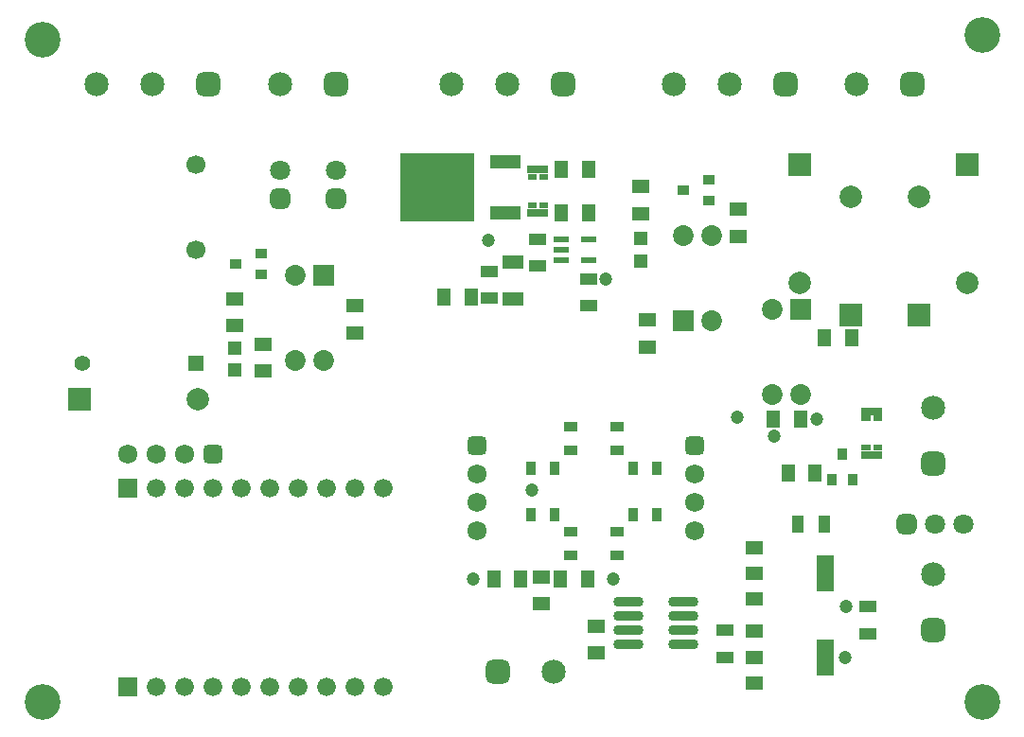
<source format=gts>
G04*
G04 #@! TF.GenerationSoftware,Altium Limited,Altium Designer,24.5.2 (23)*
G04*
G04 Layer_Color=8388736*
%FSLAX24Y24*%
%MOIN*%
G70*
G04*
G04 #@! TF.SameCoordinates,8AAE441C-8CDC-4473-BA07-673157910C72*
G04*
G04*
G04 #@! TF.FilePolarity,Negative*
G04*
G01*
G75*
%ADD26R,0.0591X0.0472*%
%ADD27R,0.0591X0.1299*%
%ADD33R,0.0520X0.0220*%
%ADD36R,0.0730X0.0316*%
%ADD37R,0.0488X0.0587*%
%ADD38R,0.0331X0.0449*%
%ADD39R,0.0749X0.0474*%
%ADD40R,0.0587X0.0488*%
%ADD41R,0.0449X0.0587*%
%ADD42R,0.0488X0.0488*%
%ADD43R,0.0449X0.0331*%
%ADD44R,0.1064X0.0513*%
%ADD45R,0.2639X0.2403*%
%ADD46R,0.0493X0.0336*%
%ADD47R,0.0336X0.0493*%
%ADD48R,0.0587X0.0449*%
%ADD49O,0.1064X0.0356*%
%ADD50C,0.0730*%
%ADD51R,0.0730X0.0730*%
G04:AMPARAMS|DCode=52|XSize=71mil|YSize=71mil|CornerRadius=19.7mil|HoleSize=0mil|Usage=FLASHONLY|Rotation=0.000|XOffset=0mil|YOffset=0mil|HoleType=Round|Shape=RoundedRectangle|*
%AMROUNDEDRECTD52*
21,1,0.0710,0.0315,0,0,0.0*
21,1,0.0315,0.0710,0,0,0.0*
1,1,0.0395,0.0157,-0.0157*
1,1,0.0395,-0.0157,-0.0157*
1,1,0.0395,-0.0157,0.0157*
1,1,0.0395,0.0157,0.0157*
%
%ADD52ROUNDEDRECTD52*%
%ADD53C,0.0710*%
G04:AMPARAMS|DCode=54|XSize=84.8mil|YSize=84.8mil|CornerRadius=23.2mil|HoleSize=0mil|Usage=FLASHONLY|Rotation=90.000|XOffset=0mil|YOffset=0mil|HoleType=Round|Shape=RoundedRectangle|*
%AMROUNDEDRECTD54*
21,1,0.0848,0.0384,0,0,90.0*
21,1,0.0384,0.0848,0,0,90.0*
1,1,0.0464,0.0192,0.0192*
1,1,0.0464,0.0192,-0.0192*
1,1,0.0464,-0.0192,-0.0192*
1,1,0.0464,-0.0192,0.0192*
%
%ADD54ROUNDEDRECTD54*%
%ADD55C,0.0848*%
%ADD56R,0.0660X0.0660*%
%ADD57C,0.0660*%
G04:AMPARAMS|DCode=58|XSize=71mil|YSize=71mil|CornerRadius=19.7mil|HoleSize=0mil|Usage=FLASHONLY|Rotation=90.000|XOffset=0mil|YOffset=0mil|HoleType=Round|Shape=RoundedRectangle|*
%AMROUNDEDRECTD58*
21,1,0.0710,0.0315,0,0,90.0*
21,1,0.0315,0.0710,0,0,90.0*
1,1,0.0395,0.0157,0.0157*
1,1,0.0395,0.0157,-0.0157*
1,1,0.0395,-0.0157,-0.0157*
1,1,0.0395,-0.0157,0.0157*
%
%ADD58ROUNDEDRECTD58*%
%ADD59C,0.1261*%
%ADD60C,0.0789*%
%ADD61R,0.0789X0.0789*%
%ADD62R,0.0551X0.0551*%
%ADD63C,0.0551*%
%ADD64C,0.0669*%
G04:AMPARAMS|DCode=65|XSize=84.8mil|YSize=84.8mil|CornerRadius=23.2mil|HoleSize=0mil|Usage=FLASHONLY|Rotation=180.000|XOffset=0mil|YOffset=0mil|HoleType=Round|Shape=RoundedRectangle|*
%AMROUNDEDRECTD65*
21,1,0.0848,0.0384,0,0,180.0*
21,1,0.0384,0.0848,0,0,180.0*
1,1,0.0464,-0.0192,0.0192*
1,1,0.0464,0.0192,0.0192*
1,1,0.0464,0.0192,-0.0192*
1,1,0.0464,-0.0192,-0.0192*
%
%ADD65ROUNDEDRECTD65*%
%ADD66C,0.0678*%
G04:AMPARAMS|DCode=67|XSize=67.8mil|YSize=67.8mil|CornerRadius=19mil|HoleSize=0mil|Usage=FLASHONLY|Rotation=270.000|XOffset=0mil|YOffset=0mil|HoleType=Round|Shape=RoundedRectangle|*
%AMROUNDEDRECTD67*
21,1,0.0678,0.0299,0,0,270.0*
21,1,0.0299,0.0678,0,0,270.0*
1,1,0.0379,-0.0150,-0.0150*
1,1,0.0379,-0.0150,0.0150*
1,1,0.0379,0.0150,0.0150*
1,1,0.0379,0.0150,-0.0150*
%
%ADD67ROUNDEDRECTD67*%
G04:AMPARAMS|DCode=68|XSize=67.8mil|YSize=67.8mil|CornerRadius=19mil|HoleSize=0mil|Usage=FLASHONLY|Rotation=180.000|XOffset=0mil|YOffset=0mil|HoleType=Round|Shape=RoundedRectangle|*
%AMROUNDEDRECTD68*
21,1,0.0678,0.0299,0,0,180.0*
21,1,0.0299,0.0678,0,0,180.0*
1,1,0.0379,-0.0150,0.0150*
1,1,0.0379,0.0150,0.0150*
1,1,0.0379,0.0150,-0.0150*
1,1,0.0379,-0.0150,-0.0150*
%
%ADD68ROUNDEDRECTD68*%
%ADD69R,0.0789X0.0789*%
%ADD70C,0.0474*%
G36*
X16071Y18208D02*
Y18404D01*
X16376D01*
Y18208D01*
X16071D01*
D02*
G37*
G36*
X16494D02*
Y18404D01*
X16799D01*
Y18208D01*
X16494D01*
D02*
G37*
G36*
X16071Y19231D02*
Y19428D01*
X16376D01*
Y19231D01*
X16071D01*
D02*
G37*
G36*
X16494D02*
Y19428D01*
X16799D01*
Y19231D01*
X16494D01*
D02*
G37*
G36*
X28141Y9887D02*
Y9690D01*
X27836D01*
Y9887D01*
X28141D01*
D02*
G37*
G36*
X28564D02*
Y9690D01*
X28259D01*
Y9887D01*
X28564D01*
D02*
G37*
G36*
X28141Y10910D02*
Y10713D01*
X27836D01*
Y10910D01*
X28141D01*
D02*
G37*
G36*
X28564D02*
Y10713D01*
X28259D01*
Y10910D01*
X28564D01*
D02*
G37*
D26*
X24040Y3306D02*
D03*
Y2400D02*
D03*
Y1494D02*
D03*
Y4444D02*
D03*
Y5350D02*
D03*
Y6256D02*
D03*
D27*
X26560Y2400D02*
D03*
Y5350D02*
D03*
D33*
X17265Y17124D02*
D03*
Y16750D02*
D03*
Y16376D02*
D03*
X18205D02*
D03*
Y17124D02*
D03*
D36*
X28200Y9532D02*
D03*
Y11068D02*
D03*
X16435Y19585D02*
D03*
Y18050D02*
D03*
D37*
X25255Y8900D02*
D03*
X26200D02*
D03*
X25672Y10800D02*
D03*
X24728D02*
D03*
X18207Y18050D02*
D03*
X17263D02*
D03*
X18207Y19600D02*
D03*
X17263D02*
D03*
X14072Y15100D02*
D03*
X13128D02*
D03*
X26528Y13650D02*
D03*
X27472D02*
D03*
X14878Y5163D02*
D03*
X15822D02*
D03*
X17228D02*
D03*
X18172D02*
D03*
D38*
X26776Y8647D02*
D03*
X27524D02*
D03*
X27150Y9553D02*
D03*
D39*
X15550Y15024D02*
D03*
Y16323D02*
D03*
D40*
X18500Y2555D02*
D03*
Y3500D02*
D03*
X6750Y12478D02*
D03*
Y13422D02*
D03*
X10000Y14772D02*
D03*
Y13828D02*
D03*
X5750Y14078D02*
D03*
Y15022D02*
D03*
X23500Y17228D02*
D03*
Y18172D02*
D03*
X20070Y18972D02*
D03*
Y18028D02*
D03*
X20300Y13328D02*
D03*
Y14272D02*
D03*
X16550Y5222D02*
D03*
Y4278D02*
D03*
D41*
X26522Y7100D02*
D03*
X25578D02*
D03*
D42*
X5750Y12513D02*
D03*
Y13300D02*
D03*
X20070Y17144D02*
D03*
Y16356D02*
D03*
D43*
X5797Y16250D02*
D03*
X6703Y16624D02*
D03*
Y15876D02*
D03*
X22453Y18476D02*
D03*
Y19224D02*
D03*
X21547Y18850D02*
D03*
D44*
X15300Y18050D02*
D03*
Y19845D02*
D03*
D45*
X12885Y18948D02*
D03*
D46*
X19217Y5977D02*
D03*
X17583D02*
D03*
X19217Y6823D02*
D03*
X17583D02*
D03*
X19217Y9677D02*
D03*
X17583D02*
D03*
X19217Y10523D02*
D03*
X17583D02*
D03*
D47*
X16177Y7433D02*
D03*
Y9067D02*
D03*
X17023Y7433D02*
D03*
Y9067D02*
D03*
X19777Y7433D02*
D03*
Y9067D02*
D03*
X20623Y7433D02*
D03*
Y9067D02*
D03*
D48*
X14715Y15986D02*
D03*
Y15041D02*
D03*
X18222Y14775D02*
D03*
Y15720D02*
D03*
X16435Y16178D02*
D03*
Y17123D02*
D03*
X23014Y3345D02*
D03*
Y2400D02*
D03*
X28050Y3228D02*
D03*
Y4172D02*
D03*
D49*
X21565Y2850D02*
D03*
Y3350D02*
D03*
Y3850D02*
D03*
Y4350D02*
D03*
X19635Y2850D02*
D03*
Y3350D02*
D03*
Y3850D02*
D03*
Y4350D02*
D03*
D50*
X25700Y11650D02*
D03*
X24700D02*
D03*
Y14650D02*
D03*
X8900Y12850D02*
D03*
X7900D02*
D03*
Y15850D02*
D03*
X21550Y17250D02*
D03*
X22550D02*
D03*
Y14250D02*
D03*
D51*
X25700Y14650D02*
D03*
X8900Y15850D02*
D03*
X21550Y14250D02*
D03*
D52*
X29425Y7100D02*
D03*
D53*
X30425D02*
D03*
X31425D02*
D03*
X9334Y19550D02*
D03*
X7366D02*
D03*
D54*
X30350Y9216D02*
D03*
Y3366D02*
D03*
D55*
Y11184D02*
D03*
Y5334D02*
D03*
X882Y22600D02*
D03*
X2850D02*
D03*
X7366D02*
D03*
X13397D02*
D03*
X15366D02*
D03*
X16984Y1900D02*
D03*
X23182Y22600D02*
D03*
X21213D02*
D03*
X27666D02*
D03*
D56*
X2000Y1350D02*
D03*
Y8350D02*
D03*
D57*
X3000Y1350D02*
D03*
X4000D02*
D03*
X5000D02*
D03*
X6000D02*
D03*
X7000D02*
D03*
X8000D02*
D03*
X9000D02*
D03*
X10000D02*
D03*
X11000D02*
D03*
X3000Y8350D02*
D03*
X4000D02*
D03*
X5000D02*
D03*
X6000D02*
D03*
X7000D02*
D03*
X8000D02*
D03*
X9000D02*
D03*
X10000D02*
D03*
X11000D02*
D03*
D58*
X9334Y18550D02*
D03*
X7366D02*
D03*
D59*
X-1023Y835D02*
D03*
X32071D02*
D03*
Y24316D02*
D03*
X-1023Y24166D02*
D03*
D60*
X4450Y11500D02*
D03*
X29850Y18623D02*
D03*
X31550Y15575D02*
D03*
X27450Y18623D02*
D03*
X25650Y15575D02*
D03*
D61*
X277Y11500D02*
D03*
D62*
X4388Y12750D02*
D03*
D63*
X388D02*
D03*
D64*
X4388Y16750D02*
D03*
Y19750D02*
D03*
D65*
X4818Y22600D02*
D03*
X9334D02*
D03*
X17334D02*
D03*
X15016Y1900D02*
D03*
X25150Y22600D02*
D03*
X29634D02*
D03*
D66*
X21950Y8850D02*
D03*
Y7850D02*
D03*
Y6850D02*
D03*
X2000Y9550D02*
D03*
X3000D02*
D03*
X4000D02*
D03*
X14300Y8850D02*
D03*
Y7850D02*
D03*
Y6850D02*
D03*
D67*
X21950Y9850D02*
D03*
X14300D02*
D03*
D68*
X5000Y9550D02*
D03*
D69*
X29850Y14450D02*
D03*
X31550Y19748D02*
D03*
X27450Y14450D02*
D03*
X25650Y19748D02*
D03*
D70*
X23450Y10850D02*
D03*
X16220Y8280D02*
D03*
X24750Y10200D02*
D03*
X27250Y2400D02*
D03*
X14163Y5163D02*
D03*
X19087D02*
D03*
X18836Y15720D02*
D03*
X26250Y10800D02*
D03*
X27300Y4172D02*
D03*
X14700Y17100D02*
D03*
M02*

</source>
